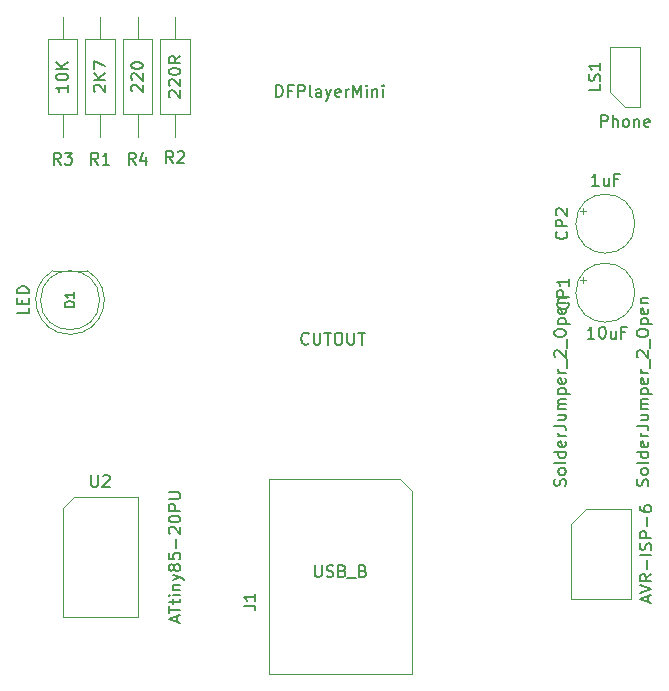
<source format=gbr>
G04 #@! TF.GenerationSoftware,KiCad,Pcbnew,5.1.6-c6e7f7d~86~ubuntu18.04.1*
G04 #@! TF.CreationDate,2020-06-12T21:41:03+02:00*
G04 #@! TF.ProjectId,printplaat,7072696e-7470-46c6-9161-742e6b696361,rev?*
G04 #@! TF.SameCoordinates,Original*
G04 #@! TF.FileFunction,Other,Fab,Top*
%FSLAX46Y46*%
G04 Gerber Fmt 4.6, Leading zero omitted, Abs format (unit mm)*
G04 Created by KiCad (PCBNEW 5.1.6-c6e7f7d~86~ubuntu18.04.1) date 2020-06-12 21:41:03*
%MOMM*%
%LPD*%
G01*
G04 APERTURE LIST*
%ADD10C,0.150000*%
%ADD11C,0.100000*%
%ADD12C,0.200000*%
G04 APERTURE END LIST*
D10*
X120531190Y-145772142D02*
X120483571Y-145819761D01*
X120340714Y-145867380D01*
X120245476Y-145867380D01*
X120102619Y-145819761D01*
X120007380Y-145724523D01*
X119959761Y-145629285D01*
X119912142Y-145438809D01*
X119912142Y-145295952D01*
X119959761Y-145105476D01*
X120007380Y-145010238D01*
X120102619Y-144915000D01*
X120245476Y-144867380D01*
X120340714Y-144867380D01*
X120483571Y-144915000D01*
X120531190Y-144962619D01*
X120959761Y-144867380D02*
X120959761Y-145676904D01*
X121007380Y-145772142D01*
X121055000Y-145819761D01*
X121150238Y-145867380D01*
X121340714Y-145867380D01*
X121435952Y-145819761D01*
X121483571Y-145772142D01*
X121531190Y-145676904D01*
X121531190Y-144867380D01*
X121864523Y-144867380D02*
X122435952Y-144867380D01*
X122150238Y-145867380D02*
X122150238Y-144867380D01*
X122959761Y-144867380D02*
X123150238Y-144867380D01*
X123245476Y-144915000D01*
X123340714Y-145010238D01*
X123388333Y-145200714D01*
X123388333Y-145534047D01*
X123340714Y-145724523D01*
X123245476Y-145819761D01*
X123150238Y-145867380D01*
X122959761Y-145867380D01*
X122864523Y-145819761D01*
X122769285Y-145724523D01*
X122721666Y-145534047D01*
X122721666Y-145200714D01*
X122769285Y-145010238D01*
X122864523Y-144915000D01*
X122959761Y-144867380D01*
X123816904Y-144867380D02*
X123816904Y-145676904D01*
X123864523Y-145772142D01*
X123912142Y-145819761D01*
X124007380Y-145867380D01*
X124197857Y-145867380D01*
X124293095Y-145819761D01*
X124340714Y-145772142D01*
X124388333Y-145676904D01*
X124388333Y-144867380D01*
X124721666Y-144867380D02*
X125293095Y-144867380D01*
X125007380Y-145867380D02*
X125007380Y-144867380D01*
D11*
X99695000Y-159750000D02*
X100695000Y-158750000D01*
X99695000Y-168910000D02*
X99695000Y-159750000D01*
X106045000Y-168910000D02*
X99695000Y-168910000D01*
X106045000Y-158750000D02*
X106045000Y-168910000D01*
X100695000Y-158750000D02*
X106045000Y-158750000D01*
X142748000Y-161036000D02*
X144018000Y-159766000D01*
X142748000Y-167386000D02*
X142748000Y-161036000D01*
X147828000Y-167386000D02*
X142748000Y-167386000D01*
X147828000Y-159766000D02*
X147828000Y-167386000D01*
X144018000Y-159766000D02*
X147828000Y-159766000D01*
X100945000Y-120040000D02*
X98445000Y-120040000D01*
X98445000Y-120040000D02*
X98445000Y-126340000D01*
X98445000Y-126340000D02*
X100945000Y-126340000D01*
X100945000Y-126340000D02*
X100945000Y-120040000D01*
X99695000Y-118110000D02*
X99695000Y-120040000D01*
X99695000Y-128270000D02*
X99695000Y-126340000D01*
X147320000Y-125730000D02*
X146050000Y-124460000D01*
X148590000Y-125730000D02*
X147320000Y-125730000D01*
X148590000Y-120650000D02*
X148590000Y-125730000D01*
X146050000Y-120650000D02*
X148590000Y-120650000D01*
X146050000Y-124460000D02*
X146050000Y-120650000D01*
X128260000Y-157260000D02*
X129260000Y-158260000D01*
X117160000Y-157260000D02*
X128260000Y-157260000D01*
X117160000Y-173760000D02*
X117160000Y-157260000D01*
X129260000Y-173760000D02*
X117160000Y-173760000D01*
X129260000Y-158260000D02*
X129260000Y-173760000D01*
X104120000Y-120040000D02*
X101620000Y-120040000D01*
X101620000Y-120040000D02*
X101620000Y-126340000D01*
X101620000Y-126340000D02*
X104120000Y-126340000D01*
X104120000Y-126340000D02*
X104120000Y-120040000D01*
X102870000Y-118110000D02*
X102870000Y-120040000D01*
X102870000Y-128270000D02*
X102870000Y-126340000D01*
X143765395Y-140140500D02*
X143765395Y-140640500D01*
X143515395Y-140390500D02*
X144015395Y-140390500D01*
X148149000Y-141478000D02*
G75*
G03*
X148149000Y-141478000I-2500000J0D01*
G01*
X109220000Y-118110000D02*
X109220000Y-120040000D01*
X109220000Y-128270000D02*
X109220000Y-126340000D01*
X107970000Y-120040000D02*
X107970000Y-126340000D01*
X110470000Y-120040000D02*
X107970000Y-120040000D01*
X110470000Y-126340000D02*
X110470000Y-120040000D01*
X107970000Y-126340000D02*
X110470000Y-126340000D01*
X143765395Y-134298500D02*
X143765395Y-134798500D01*
X143515395Y-134548500D02*
X144015395Y-134548500D01*
X148149000Y-135636000D02*
G75*
G03*
X148149000Y-135636000I-2500000J0D01*
G01*
X106045000Y-128270000D02*
X106045000Y-126340000D01*
X106045000Y-118110000D02*
X106045000Y-120040000D01*
X107295000Y-126340000D02*
X107295000Y-120040000D01*
X104795000Y-126340000D02*
X107295000Y-126340000D01*
X104795000Y-120040000D02*
X104795000Y-126340000D01*
X107295000Y-120040000D02*
X104795000Y-120040000D01*
X101799694Y-139613000D02*
X98860306Y-139613000D01*
X102830000Y-142113000D02*
G75*
G03*
X102830000Y-142113000I-2500000J0D01*
G01*
X98860334Y-139612984D02*
G75*
G03*
X101799694Y-139613000I1469666J-2500016D01*
G01*
D10*
X109386666Y-169353809D02*
X109386666Y-168877619D01*
X109672380Y-169449047D02*
X108672380Y-169115714D01*
X109672380Y-168782380D01*
X108672380Y-168591904D02*
X108672380Y-168020476D01*
X109672380Y-168306190D02*
X108672380Y-168306190D01*
X109005714Y-167830000D02*
X109005714Y-167449047D01*
X108672380Y-167687142D02*
X109529523Y-167687142D01*
X109624761Y-167639523D01*
X109672380Y-167544285D01*
X109672380Y-167449047D01*
X109672380Y-167115714D02*
X109005714Y-167115714D01*
X108672380Y-167115714D02*
X108720000Y-167163333D01*
X108767619Y-167115714D01*
X108720000Y-167068095D01*
X108672380Y-167115714D01*
X108767619Y-167115714D01*
X109005714Y-166639523D02*
X109672380Y-166639523D01*
X109100952Y-166639523D02*
X109053333Y-166591904D01*
X109005714Y-166496666D01*
X109005714Y-166353809D01*
X109053333Y-166258571D01*
X109148571Y-166210952D01*
X109672380Y-166210952D01*
X109005714Y-165830000D02*
X109672380Y-165591904D01*
X109005714Y-165353809D02*
X109672380Y-165591904D01*
X109910476Y-165687142D01*
X109958095Y-165734761D01*
X110005714Y-165830000D01*
X109100952Y-164830000D02*
X109053333Y-164925238D01*
X109005714Y-164972857D01*
X108910476Y-165020476D01*
X108862857Y-165020476D01*
X108767619Y-164972857D01*
X108720000Y-164925238D01*
X108672380Y-164830000D01*
X108672380Y-164639523D01*
X108720000Y-164544285D01*
X108767619Y-164496666D01*
X108862857Y-164449047D01*
X108910476Y-164449047D01*
X109005714Y-164496666D01*
X109053333Y-164544285D01*
X109100952Y-164639523D01*
X109100952Y-164830000D01*
X109148571Y-164925238D01*
X109196190Y-164972857D01*
X109291428Y-165020476D01*
X109481904Y-165020476D01*
X109577142Y-164972857D01*
X109624761Y-164925238D01*
X109672380Y-164830000D01*
X109672380Y-164639523D01*
X109624761Y-164544285D01*
X109577142Y-164496666D01*
X109481904Y-164449047D01*
X109291428Y-164449047D01*
X109196190Y-164496666D01*
X109148571Y-164544285D01*
X109100952Y-164639523D01*
X108672380Y-163544285D02*
X108672380Y-164020476D01*
X109148571Y-164068095D01*
X109100952Y-164020476D01*
X109053333Y-163925238D01*
X109053333Y-163687142D01*
X109100952Y-163591904D01*
X109148571Y-163544285D01*
X109243809Y-163496666D01*
X109481904Y-163496666D01*
X109577142Y-163544285D01*
X109624761Y-163591904D01*
X109672380Y-163687142D01*
X109672380Y-163925238D01*
X109624761Y-164020476D01*
X109577142Y-164068095D01*
X109291428Y-163068095D02*
X109291428Y-162306190D01*
X108767619Y-161877619D02*
X108720000Y-161830000D01*
X108672380Y-161734761D01*
X108672380Y-161496666D01*
X108720000Y-161401428D01*
X108767619Y-161353809D01*
X108862857Y-161306190D01*
X108958095Y-161306190D01*
X109100952Y-161353809D01*
X109672380Y-161925238D01*
X109672380Y-161306190D01*
X108672380Y-160687142D02*
X108672380Y-160591904D01*
X108720000Y-160496666D01*
X108767619Y-160449047D01*
X108862857Y-160401428D01*
X109053333Y-160353809D01*
X109291428Y-160353809D01*
X109481904Y-160401428D01*
X109577142Y-160449047D01*
X109624761Y-160496666D01*
X109672380Y-160591904D01*
X109672380Y-160687142D01*
X109624761Y-160782380D01*
X109577142Y-160830000D01*
X109481904Y-160877619D01*
X109291428Y-160925238D01*
X109053333Y-160925238D01*
X108862857Y-160877619D01*
X108767619Y-160830000D01*
X108720000Y-160782380D01*
X108672380Y-160687142D01*
X109672380Y-159925238D02*
X108672380Y-159925238D01*
X108672380Y-159544285D01*
X108720000Y-159449047D01*
X108767619Y-159401428D01*
X108862857Y-159353809D01*
X109005714Y-159353809D01*
X109100952Y-159401428D01*
X109148571Y-159449047D01*
X109196190Y-159544285D01*
X109196190Y-159925238D01*
X108672380Y-158925238D02*
X109481904Y-158925238D01*
X109577142Y-158877619D01*
X109624761Y-158830000D01*
X109672380Y-158734761D01*
X109672380Y-158544285D01*
X109624761Y-158449047D01*
X109577142Y-158401428D01*
X109481904Y-158353809D01*
X108672380Y-158353809D01*
X102108095Y-156932380D02*
X102108095Y-157741904D01*
X102155714Y-157837142D01*
X102203333Y-157884761D01*
X102298571Y-157932380D01*
X102489047Y-157932380D01*
X102584285Y-157884761D01*
X102631904Y-157837142D01*
X102679523Y-157741904D01*
X102679523Y-156932380D01*
X103108095Y-157027619D02*
X103155714Y-156980000D01*
X103250952Y-156932380D01*
X103489047Y-156932380D01*
X103584285Y-156980000D01*
X103631904Y-157027619D01*
X103679523Y-157122857D01*
X103679523Y-157218095D01*
X103631904Y-157360952D01*
X103060476Y-157932380D01*
X103679523Y-157932380D01*
X117777190Y-124912380D02*
X117777190Y-123912380D01*
X118015285Y-123912380D01*
X118158142Y-123960000D01*
X118253380Y-124055238D01*
X118301000Y-124150476D01*
X118348619Y-124340952D01*
X118348619Y-124483809D01*
X118301000Y-124674285D01*
X118253380Y-124769523D01*
X118158142Y-124864761D01*
X118015285Y-124912380D01*
X117777190Y-124912380D01*
X119110523Y-124388571D02*
X118777190Y-124388571D01*
X118777190Y-124912380D02*
X118777190Y-123912380D01*
X119253380Y-123912380D01*
X119634333Y-124912380D02*
X119634333Y-123912380D01*
X120015285Y-123912380D01*
X120110523Y-123960000D01*
X120158142Y-124007619D01*
X120205761Y-124102857D01*
X120205761Y-124245714D01*
X120158142Y-124340952D01*
X120110523Y-124388571D01*
X120015285Y-124436190D01*
X119634333Y-124436190D01*
X120777190Y-124912380D02*
X120681952Y-124864761D01*
X120634333Y-124769523D01*
X120634333Y-123912380D01*
X121586714Y-124912380D02*
X121586714Y-124388571D01*
X121539095Y-124293333D01*
X121443857Y-124245714D01*
X121253380Y-124245714D01*
X121158142Y-124293333D01*
X121586714Y-124864761D02*
X121491476Y-124912380D01*
X121253380Y-124912380D01*
X121158142Y-124864761D01*
X121110523Y-124769523D01*
X121110523Y-124674285D01*
X121158142Y-124579047D01*
X121253380Y-124531428D01*
X121491476Y-124531428D01*
X121586714Y-124483809D01*
X121967666Y-124245714D02*
X122205761Y-124912380D01*
X122443857Y-124245714D02*
X122205761Y-124912380D01*
X122110523Y-125150476D01*
X122062904Y-125198095D01*
X121967666Y-125245714D01*
X123205761Y-124864761D02*
X123110523Y-124912380D01*
X122920047Y-124912380D01*
X122824809Y-124864761D01*
X122777190Y-124769523D01*
X122777190Y-124388571D01*
X122824809Y-124293333D01*
X122920047Y-124245714D01*
X123110523Y-124245714D01*
X123205761Y-124293333D01*
X123253380Y-124388571D01*
X123253380Y-124483809D01*
X122777190Y-124579047D01*
X123681952Y-124912380D02*
X123681952Y-124245714D01*
X123681952Y-124436190D02*
X123729571Y-124340952D01*
X123777190Y-124293333D01*
X123872428Y-124245714D01*
X123967666Y-124245714D01*
X124301000Y-124912380D02*
X124301000Y-123912380D01*
X124634333Y-124626666D01*
X124967666Y-123912380D01*
X124967666Y-124912380D01*
X125443857Y-124912380D02*
X125443857Y-124245714D01*
X125443857Y-123912380D02*
X125396238Y-123960000D01*
X125443857Y-124007619D01*
X125491476Y-123960000D01*
X125443857Y-123912380D01*
X125443857Y-124007619D01*
X125920047Y-124245714D02*
X125920047Y-124912380D01*
X125920047Y-124340952D02*
X125967666Y-124293333D01*
X126062904Y-124245714D01*
X126205761Y-124245714D01*
X126301000Y-124293333D01*
X126348619Y-124388571D01*
X126348619Y-124912380D01*
X126824809Y-124912380D02*
X126824809Y-124245714D01*
X126824809Y-123912380D02*
X126777190Y-123960000D01*
X126824809Y-124007619D01*
X126872428Y-123960000D01*
X126824809Y-123912380D01*
X126824809Y-124007619D01*
X149264666Y-167671238D02*
X149264666Y-167195047D01*
X149550380Y-167766476D02*
X148550380Y-167433142D01*
X149550380Y-167099809D01*
X148550380Y-166909333D02*
X149550380Y-166576000D01*
X148550380Y-166242666D01*
X149550380Y-165337904D02*
X149074190Y-165671238D01*
X149550380Y-165909333D02*
X148550380Y-165909333D01*
X148550380Y-165528380D01*
X148598000Y-165433142D01*
X148645619Y-165385523D01*
X148740857Y-165337904D01*
X148883714Y-165337904D01*
X148978952Y-165385523D01*
X149026571Y-165433142D01*
X149074190Y-165528380D01*
X149074190Y-165909333D01*
X149169428Y-164909333D02*
X149169428Y-164147428D01*
X149550380Y-163671238D02*
X148550380Y-163671238D01*
X149502761Y-163242666D02*
X149550380Y-163099809D01*
X149550380Y-162861714D01*
X149502761Y-162766476D01*
X149455142Y-162718857D01*
X149359904Y-162671238D01*
X149264666Y-162671238D01*
X149169428Y-162718857D01*
X149121809Y-162766476D01*
X149074190Y-162861714D01*
X149026571Y-163052190D01*
X148978952Y-163147428D01*
X148931333Y-163195047D01*
X148836095Y-163242666D01*
X148740857Y-163242666D01*
X148645619Y-163195047D01*
X148598000Y-163147428D01*
X148550380Y-163052190D01*
X148550380Y-162814095D01*
X148598000Y-162671238D01*
X149550380Y-162242666D02*
X148550380Y-162242666D01*
X148550380Y-161861714D01*
X148598000Y-161766476D01*
X148645619Y-161718857D01*
X148740857Y-161671238D01*
X148883714Y-161671238D01*
X148978952Y-161718857D01*
X149026571Y-161766476D01*
X149074190Y-161861714D01*
X149074190Y-162242666D01*
X149169428Y-161242666D02*
X149169428Y-160480761D01*
X148550380Y-159576000D02*
X148550380Y-159766476D01*
X148598000Y-159861714D01*
X148645619Y-159909333D01*
X148788476Y-160004571D01*
X148978952Y-160052190D01*
X149359904Y-160052190D01*
X149455142Y-160004571D01*
X149502761Y-159956952D01*
X149550380Y-159861714D01*
X149550380Y-159671238D01*
X149502761Y-159576000D01*
X149455142Y-159528380D01*
X149359904Y-159480761D01*
X149121809Y-159480761D01*
X149026571Y-159528380D01*
X148978952Y-159576000D01*
X148931333Y-159671238D01*
X148931333Y-159861714D01*
X148978952Y-159956952D01*
X149026571Y-160004571D01*
X149121809Y-160052190D01*
X100147380Y-123880476D02*
X100147380Y-124451904D01*
X100147380Y-124166190D02*
X99147380Y-124166190D01*
X99290238Y-124261428D01*
X99385476Y-124356666D01*
X99433095Y-124451904D01*
X99147380Y-123261428D02*
X99147380Y-123166190D01*
X99195000Y-123070952D01*
X99242619Y-123023333D01*
X99337857Y-122975714D01*
X99528333Y-122928095D01*
X99766428Y-122928095D01*
X99956904Y-122975714D01*
X100052142Y-123023333D01*
X100099761Y-123070952D01*
X100147380Y-123166190D01*
X100147380Y-123261428D01*
X100099761Y-123356666D01*
X100052142Y-123404285D01*
X99956904Y-123451904D01*
X99766428Y-123499523D01*
X99528333Y-123499523D01*
X99337857Y-123451904D01*
X99242619Y-123404285D01*
X99195000Y-123356666D01*
X99147380Y-123261428D01*
X100147380Y-122499523D02*
X99147380Y-122499523D01*
X100147380Y-121928095D02*
X99575952Y-122356666D01*
X99147380Y-121928095D02*
X99718809Y-122499523D01*
X99528333Y-130627380D02*
X99195000Y-130151190D01*
X98956904Y-130627380D02*
X98956904Y-129627380D01*
X99337857Y-129627380D01*
X99433095Y-129675000D01*
X99480714Y-129722619D01*
X99528333Y-129817857D01*
X99528333Y-129960714D01*
X99480714Y-130055952D01*
X99433095Y-130103571D01*
X99337857Y-130151190D01*
X98956904Y-130151190D01*
X99861666Y-129627380D02*
X100480714Y-129627380D01*
X100147380Y-130008333D01*
X100290238Y-130008333D01*
X100385476Y-130055952D01*
X100433095Y-130103571D01*
X100480714Y-130198809D01*
X100480714Y-130436904D01*
X100433095Y-130532142D01*
X100385476Y-130579761D01*
X100290238Y-130627380D01*
X100004523Y-130627380D01*
X99909285Y-130579761D01*
X99861666Y-130532142D01*
X145272380Y-127452380D02*
X145272380Y-126452380D01*
X145653333Y-126452380D01*
X145748571Y-126500000D01*
X145796190Y-126547619D01*
X145843809Y-126642857D01*
X145843809Y-126785714D01*
X145796190Y-126880952D01*
X145748571Y-126928571D01*
X145653333Y-126976190D01*
X145272380Y-126976190D01*
X146272380Y-127452380D02*
X146272380Y-126452380D01*
X146700952Y-127452380D02*
X146700952Y-126928571D01*
X146653333Y-126833333D01*
X146558095Y-126785714D01*
X146415238Y-126785714D01*
X146320000Y-126833333D01*
X146272380Y-126880952D01*
X147320000Y-127452380D02*
X147224761Y-127404761D01*
X147177142Y-127357142D01*
X147129523Y-127261904D01*
X147129523Y-126976190D01*
X147177142Y-126880952D01*
X147224761Y-126833333D01*
X147320000Y-126785714D01*
X147462857Y-126785714D01*
X147558095Y-126833333D01*
X147605714Y-126880952D01*
X147653333Y-126976190D01*
X147653333Y-127261904D01*
X147605714Y-127357142D01*
X147558095Y-127404761D01*
X147462857Y-127452380D01*
X147320000Y-127452380D01*
X148081904Y-126785714D02*
X148081904Y-127452380D01*
X148081904Y-126880952D02*
X148129523Y-126833333D01*
X148224761Y-126785714D01*
X148367619Y-126785714D01*
X148462857Y-126833333D01*
X148510476Y-126928571D01*
X148510476Y-127452380D01*
X149367619Y-127404761D02*
X149272380Y-127452380D01*
X149081904Y-127452380D01*
X148986666Y-127404761D01*
X148939047Y-127309523D01*
X148939047Y-126928571D01*
X148986666Y-126833333D01*
X149081904Y-126785714D01*
X149272380Y-126785714D01*
X149367619Y-126833333D01*
X149415238Y-126928571D01*
X149415238Y-127023809D01*
X148939047Y-127119047D01*
X145232380Y-123832857D02*
X145232380Y-124309047D01*
X144232380Y-124309047D01*
X145184761Y-123547142D02*
X145232380Y-123404285D01*
X145232380Y-123166190D01*
X145184761Y-123070952D01*
X145137142Y-123023333D01*
X145041904Y-122975714D01*
X144946666Y-122975714D01*
X144851428Y-123023333D01*
X144803809Y-123070952D01*
X144756190Y-123166190D01*
X144708571Y-123356666D01*
X144660952Y-123451904D01*
X144613333Y-123499523D01*
X144518095Y-123547142D01*
X144422857Y-123547142D01*
X144327619Y-123499523D01*
X144280000Y-123451904D01*
X144232380Y-123356666D01*
X144232380Y-123118571D01*
X144280000Y-122975714D01*
X145232380Y-122023333D02*
X145232380Y-122594761D01*
X145232380Y-122309047D02*
X144232380Y-122309047D01*
X144375238Y-122404285D01*
X144470476Y-122499523D01*
X144518095Y-122594761D01*
X121047142Y-164552380D02*
X121047142Y-165361904D01*
X121094761Y-165457142D01*
X121142380Y-165504761D01*
X121237619Y-165552380D01*
X121428095Y-165552380D01*
X121523333Y-165504761D01*
X121570952Y-165457142D01*
X121618571Y-165361904D01*
X121618571Y-164552380D01*
X122047142Y-165504761D02*
X122190000Y-165552380D01*
X122428095Y-165552380D01*
X122523333Y-165504761D01*
X122570952Y-165457142D01*
X122618571Y-165361904D01*
X122618571Y-165266666D01*
X122570952Y-165171428D01*
X122523333Y-165123809D01*
X122428095Y-165076190D01*
X122237619Y-165028571D01*
X122142380Y-164980952D01*
X122094761Y-164933333D01*
X122047142Y-164838095D01*
X122047142Y-164742857D01*
X122094761Y-164647619D01*
X122142380Y-164600000D01*
X122237619Y-164552380D01*
X122475714Y-164552380D01*
X122618571Y-164600000D01*
X123380476Y-165028571D02*
X123523333Y-165076190D01*
X123570952Y-165123809D01*
X123618571Y-165219047D01*
X123618571Y-165361904D01*
X123570952Y-165457142D01*
X123523333Y-165504761D01*
X123428095Y-165552380D01*
X123047142Y-165552380D01*
X123047142Y-164552380D01*
X123380476Y-164552380D01*
X123475714Y-164600000D01*
X123523333Y-164647619D01*
X123570952Y-164742857D01*
X123570952Y-164838095D01*
X123523333Y-164933333D01*
X123475714Y-164980952D01*
X123380476Y-165028571D01*
X123047142Y-165028571D01*
X123809047Y-165647619D02*
X124570952Y-165647619D01*
X125142380Y-165028571D02*
X125285238Y-165076190D01*
X125332857Y-165123809D01*
X125380476Y-165219047D01*
X125380476Y-165361904D01*
X125332857Y-165457142D01*
X125285238Y-165504761D01*
X125190000Y-165552380D01*
X124809047Y-165552380D01*
X124809047Y-164552380D01*
X125142380Y-164552380D01*
X125237619Y-164600000D01*
X125285238Y-164647619D01*
X125332857Y-164742857D01*
X125332857Y-164838095D01*
X125285238Y-164933333D01*
X125237619Y-164980952D01*
X125142380Y-165028571D01*
X124809047Y-165028571D01*
X115022380Y-167973333D02*
X115736666Y-167973333D01*
X115879523Y-168020952D01*
X115974761Y-168116190D01*
X116022380Y-168259047D01*
X116022380Y-168354285D01*
X116022380Y-166973333D02*
X116022380Y-167544761D01*
X116022380Y-167259047D02*
X115022380Y-167259047D01*
X115165238Y-167354285D01*
X115260476Y-167449523D01*
X115308095Y-167544761D01*
X102417619Y-124451904D02*
X102370000Y-124404285D01*
X102322380Y-124309047D01*
X102322380Y-124070952D01*
X102370000Y-123975714D01*
X102417619Y-123928095D01*
X102512857Y-123880476D01*
X102608095Y-123880476D01*
X102750952Y-123928095D01*
X103322380Y-124499523D01*
X103322380Y-123880476D01*
X103322380Y-123451904D02*
X102322380Y-123451904D01*
X103322380Y-122880476D02*
X102750952Y-123309047D01*
X102322380Y-122880476D02*
X102893809Y-123451904D01*
X102322380Y-122547142D02*
X102322380Y-121880476D01*
X103322380Y-122309047D01*
X102703333Y-130627380D02*
X102370000Y-130151190D01*
X102131904Y-130627380D02*
X102131904Y-129627380D01*
X102512857Y-129627380D01*
X102608095Y-129675000D01*
X102655714Y-129722619D01*
X102703333Y-129817857D01*
X102703333Y-129960714D01*
X102655714Y-130055952D01*
X102608095Y-130103571D01*
X102512857Y-130151190D01*
X102131904Y-130151190D01*
X103655714Y-130627380D02*
X103084285Y-130627380D01*
X103370000Y-130627380D02*
X103370000Y-129627380D01*
X103274761Y-129770238D01*
X103179523Y-129865476D01*
X103084285Y-129913095D01*
X144724571Y-145359380D02*
X144153142Y-145359380D01*
X144438857Y-145359380D02*
X144438857Y-144359380D01*
X144343619Y-144502238D01*
X144248380Y-144597476D01*
X144153142Y-144645095D01*
X145343619Y-144359380D02*
X145438857Y-144359380D01*
X145534095Y-144407000D01*
X145581714Y-144454619D01*
X145629333Y-144549857D01*
X145676952Y-144740333D01*
X145676952Y-144978428D01*
X145629333Y-145168904D01*
X145581714Y-145264142D01*
X145534095Y-145311761D01*
X145438857Y-145359380D01*
X145343619Y-145359380D01*
X145248380Y-145311761D01*
X145200761Y-145264142D01*
X145153142Y-145168904D01*
X145105523Y-144978428D01*
X145105523Y-144740333D01*
X145153142Y-144549857D01*
X145200761Y-144454619D01*
X145248380Y-144407000D01*
X145343619Y-144359380D01*
X146534095Y-144692714D02*
X146534095Y-145359380D01*
X146105523Y-144692714D02*
X146105523Y-145216523D01*
X146153142Y-145311761D01*
X146248380Y-145359380D01*
X146391238Y-145359380D01*
X146486476Y-145311761D01*
X146534095Y-145264142D01*
X147343619Y-144835571D02*
X147010285Y-144835571D01*
X147010285Y-145359380D02*
X147010285Y-144359380D01*
X147486476Y-144359380D01*
X142470142Y-142271666D02*
X142517761Y-142319285D01*
X142565380Y-142462142D01*
X142565380Y-142557380D01*
X142517761Y-142700238D01*
X142422523Y-142795476D01*
X142327285Y-142843095D01*
X142136809Y-142890714D01*
X141993952Y-142890714D01*
X141803476Y-142843095D01*
X141708238Y-142795476D01*
X141613000Y-142700238D01*
X141565380Y-142557380D01*
X141565380Y-142462142D01*
X141613000Y-142319285D01*
X141660619Y-142271666D01*
X142565380Y-141843095D02*
X141565380Y-141843095D01*
X141565380Y-141462142D01*
X141613000Y-141366904D01*
X141660619Y-141319285D01*
X141755857Y-141271666D01*
X141898714Y-141271666D01*
X141993952Y-141319285D01*
X142041571Y-141366904D01*
X142089190Y-141462142D01*
X142089190Y-141843095D01*
X142565380Y-140319285D02*
X142565380Y-140890714D01*
X142565380Y-140605000D02*
X141565380Y-140605000D01*
X141708238Y-140700238D01*
X141803476Y-140795476D01*
X141851095Y-140890714D01*
X108767619Y-124928095D02*
X108720000Y-124880476D01*
X108672380Y-124785238D01*
X108672380Y-124547142D01*
X108720000Y-124451904D01*
X108767619Y-124404285D01*
X108862857Y-124356666D01*
X108958095Y-124356666D01*
X109100952Y-124404285D01*
X109672380Y-124975714D01*
X109672380Y-124356666D01*
X108767619Y-123975714D02*
X108720000Y-123928095D01*
X108672380Y-123832857D01*
X108672380Y-123594761D01*
X108720000Y-123499523D01*
X108767619Y-123451904D01*
X108862857Y-123404285D01*
X108958095Y-123404285D01*
X109100952Y-123451904D01*
X109672380Y-124023333D01*
X109672380Y-123404285D01*
X108672380Y-122785238D02*
X108672380Y-122690000D01*
X108720000Y-122594761D01*
X108767619Y-122547142D01*
X108862857Y-122499523D01*
X109053333Y-122451904D01*
X109291428Y-122451904D01*
X109481904Y-122499523D01*
X109577142Y-122547142D01*
X109624761Y-122594761D01*
X109672380Y-122690000D01*
X109672380Y-122785238D01*
X109624761Y-122880476D01*
X109577142Y-122928095D01*
X109481904Y-122975714D01*
X109291428Y-123023333D01*
X109053333Y-123023333D01*
X108862857Y-122975714D01*
X108767619Y-122928095D01*
X108720000Y-122880476D01*
X108672380Y-122785238D01*
X109672380Y-121451904D02*
X109196190Y-121785238D01*
X109672380Y-122023333D02*
X108672380Y-122023333D01*
X108672380Y-121642380D01*
X108720000Y-121547142D01*
X108767619Y-121499523D01*
X108862857Y-121451904D01*
X109005714Y-121451904D01*
X109100952Y-121499523D01*
X109148571Y-121547142D01*
X109196190Y-121642380D01*
X109196190Y-122023333D01*
X109053333Y-130500380D02*
X108720000Y-130024190D01*
X108481904Y-130500380D02*
X108481904Y-129500380D01*
X108862857Y-129500380D01*
X108958095Y-129548000D01*
X109005714Y-129595619D01*
X109053333Y-129690857D01*
X109053333Y-129833714D01*
X109005714Y-129928952D01*
X108958095Y-129976571D01*
X108862857Y-130024190D01*
X108481904Y-130024190D01*
X109434285Y-129595619D02*
X109481904Y-129548000D01*
X109577142Y-129500380D01*
X109815238Y-129500380D01*
X109910476Y-129548000D01*
X109958095Y-129595619D01*
X110005714Y-129690857D01*
X110005714Y-129786095D01*
X109958095Y-129928952D01*
X109386666Y-130500380D01*
X110005714Y-130500380D01*
X142263761Y-157836190D02*
X142311380Y-157693333D01*
X142311380Y-157455238D01*
X142263761Y-157360000D01*
X142216142Y-157312380D01*
X142120904Y-157264761D01*
X142025666Y-157264761D01*
X141930428Y-157312380D01*
X141882809Y-157360000D01*
X141835190Y-157455238D01*
X141787571Y-157645714D01*
X141739952Y-157740952D01*
X141692333Y-157788571D01*
X141597095Y-157836190D01*
X141501857Y-157836190D01*
X141406619Y-157788571D01*
X141359000Y-157740952D01*
X141311380Y-157645714D01*
X141311380Y-157407619D01*
X141359000Y-157264761D01*
X142311380Y-156693333D02*
X142263761Y-156788571D01*
X142216142Y-156836190D01*
X142120904Y-156883809D01*
X141835190Y-156883809D01*
X141739952Y-156836190D01*
X141692333Y-156788571D01*
X141644714Y-156693333D01*
X141644714Y-156550476D01*
X141692333Y-156455238D01*
X141739952Y-156407619D01*
X141835190Y-156360000D01*
X142120904Y-156360000D01*
X142216142Y-156407619D01*
X142263761Y-156455238D01*
X142311380Y-156550476D01*
X142311380Y-156693333D01*
X142311380Y-155788571D02*
X142263761Y-155883809D01*
X142168523Y-155931428D01*
X141311380Y-155931428D01*
X142311380Y-154979047D02*
X141311380Y-154979047D01*
X142263761Y-154979047D02*
X142311380Y-155074285D01*
X142311380Y-155264761D01*
X142263761Y-155360000D01*
X142216142Y-155407619D01*
X142120904Y-155455238D01*
X141835190Y-155455238D01*
X141739952Y-155407619D01*
X141692333Y-155360000D01*
X141644714Y-155264761D01*
X141644714Y-155074285D01*
X141692333Y-154979047D01*
X142263761Y-154121904D02*
X142311380Y-154217142D01*
X142311380Y-154407619D01*
X142263761Y-154502857D01*
X142168523Y-154550476D01*
X141787571Y-154550476D01*
X141692333Y-154502857D01*
X141644714Y-154407619D01*
X141644714Y-154217142D01*
X141692333Y-154121904D01*
X141787571Y-154074285D01*
X141882809Y-154074285D01*
X141978047Y-154550476D01*
X142311380Y-153645714D02*
X141644714Y-153645714D01*
X141835190Y-153645714D02*
X141739952Y-153598095D01*
X141692333Y-153550476D01*
X141644714Y-153455238D01*
X141644714Y-153360000D01*
X141311380Y-152740952D02*
X142025666Y-152740952D01*
X142168523Y-152788571D01*
X142263761Y-152883809D01*
X142311380Y-153026666D01*
X142311380Y-153121904D01*
X141644714Y-151836190D02*
X142311380Y-151836190D01*
X141644714Y-152264761D02*
X142168523Y-152264761D01*
X142263761Y-152217142D01*
X142311380Y-152121904D01*
X142311380Y-151979047D01*
X142263761Y-151883809D01*
X142216142Y-151836190D01*
X142311380Y-151360000D02*
X141644714Y-151360000D01*
X141739952Y-151360000D02*
X141692333Y-151312380D01*
X141644714Y-151217142D01*
X141644714Y-151074285D01*
X141692333Y-150979047D01*
X141787571Y-150931428D01*
X142311380Y-150931428D01*
X141787571Y-150931428D02*
X141692333Y-150883809D01*
X141644714Y-150788571D01*
X141644714Y-150645714D01*
X141692333Y-150550476D01*
X141787571Y-150502857D01*
X142311380Y-150502857D01*
X141644714Y-150026666D02*
X142644714Y-150026666D01*
X141692333Y-150026666D02*
X141644714Y-149931428D01*
X141644714Y-149740952D01*
X141692333Y-149645714D01*
X141739952Y-149598095D01*
X141835190Y-149550476D01*
X142120904Y-149550476D01*
X142216142Y-149598095D01*
X142263761Y-149645714D01*
X142311380Y-149740952D01*
X142311380Y-149931428D01*
X142263761Y-150026666D01*
X142263761Y-148740952D02*
X142311380Y-148836190D01*
X142311380Y-149026666D01*
X142263761Y-149121904D01*
X142168523Y-149169523D01*
X141787571Y-149169523D01*
X141692333Y-149121904D01*
X141644714Y-149026666D01*
X141644714Y-148836190D01*
X141692333Y-148740952D01*
X141787571Y-148693333D01*
X141882809Y-148693333D01*
X141978047Y-149169523D01*
X142311380Y-148264761D02*
X141644714Y-148264761D01*
X141835190Y-148264761D02*
X141739952Y-148217142D01*
X141692333Y-148169523D01*
X141644714Y-148074285D01*
X141644714Y-147979047D01*
X142406619Y-147883809D02*
X142406619Y-147121904D01*
X141406619Y-146931428D02*
X141359000Y-146883809D01*
X141311380Y-146788571D01*
X141311380Y-146550476D01*
X141359000Y-146455238D01*
X141406619Y-146407619D01*
X141501857Y-146360000D01*
X141597095Y-146360000D01*
X141739952Y-146407619D01*
X142311380Y-146979047D01*
X142311380Y-146360000D01*
X142406619Y-146169523D02*
X142406619Y-145407619D01*
X141311380Y-144979047D02*
X141311380Y-144788571D01*
X141359000Y-144693333D01*
X141454238Y-144598095D01*
X141644714Y-144550476D01*
X141978047Y-144550476D01*
X142168523Y-144598095D01*
X142263761Y-144693333D01*
X142311380Y-144788571D01*
X142311380Y-144979047D01*
X142263761Y-145074285D01*
X142168523Y-145169523D01*
X141978047Y-145217142D01*
X141644714Y-145217142D01*
X141454238Y-145169523D01*
X141359000Y-145074285D01*
X141311380Y-144979047D01*
X141644714Y-144121904D02*
X142644714Y-144121904D01*
X141692333Y-144121904D02*
X141644714Y-144026666D01*
X141644714Y-143836190D01*
X141692333Y-143740952D01*
X141739952Y-143693333D01*
X141835190Y-143645714D01*
X142120904Y-143645714D01*
X142216142Y-143693333D01*
X142263761Y-143740952D01*
X142311380Y-143836190D01*
X142311380Y-144026666D01*
X142263761Y-144121904D01*
X142263761Y-142836190D02*
X142311380Y-142931428D01*
X142311380Y-143121904D01*
X142263761Y-143217142D01*
X142168523Y-143264761D01*
X141787571Y-143264761D01*
X141692333Y-143217142D01*
X141644714Y-143121904D01*
X141644714Y-142931428D01*
X141692333Y-142836190D01*
X141787571Y-142788571D01*
X141882809Y-142788571D01*
X141978047Y-143264761D01*
X141644714Y-142360000D02*
X142311380Y-142360000D01*
X141739952Y-142360000D02*
X141692333Y-142312380D01*
X141644714Y-142217142D01*
X141644714Y-142074285D01*
X141692333Y-141979047D01*
X141787571Y-141931428D01*
X142311380Y-141931428D01*
X149248761Y-157836190D02*
X149296380Y-157693333D01*
X149296380Y-157455238D01*
X149248761Y-157360000D01*
X149201142Y-157312380D01*
X149105904Y-157264761D01*
X149010666Y-157264761D01*
X148915428Y-157312380D01*
X148867809Y-157360000D01*
X148820190Y-157455238D01*
X148772571Y-157645714D01*
X148724952Y-157740952D01*
X148677333Y-157788571D01*
X148582095Y-157836190D01*
X148486857Y-157836190D01*
X148391619Y-157788571D01*
X148344000Y-157740952D01*
X148296380Y-157645714D01*
X148296380Y-157407619D01*
X148344000Y-157264761D01*
X149296380Y-156693333D02*
X149248761Y-156788571D01*
X149201142Y-156836190D01*
X149105904Y-156883809D01*
X148820190Y-156883809D01*
X148724952Y-156836190D01*
X148677333Y-156788571D01*
X148629714Y-156693333D01*
X148629714Y-156550476D01*
X148677333Y-156455238D01*
X148724952Y-156407619D01*
X148820190Y-156360000D01*
X149105904Y-156360000D01*
X149201142Y-156407619D01*
X149248761Y-156455238D01*
X149296380Y-156550476D01*
X149296380Y-156693333D01*
X149296380Y-155788571D02*
X149248761Y-155883809D01*
X149153523Y-155931428D01*
X148296380Y-155931428D01*
X149296380Y-154979047D02*
X148296380Y-154979047D01*
X149248761Y-154979047D02*
X149296380Y-155074285D01*
X149296380Y-155264761D01*
X149248761Y-155360000D01*
X149201142Y-155407619D01*
X149105904Y-155455238D01*
X148820190Y-155455238D01*
X148724952Y-155407619D01*
X148677333Y-155360000D01*
X148629714Y-155264761D01*
X148629714Y-155074285D01*
X148677333Y-154979047D01*
X149248761Y-154121904D02*
X149296380Y-154217142D01*
X149296380Y-154407619D01*
X149248761Y-154502857D01*
X149153523Y-154550476D01*
X148772571Y-154550476D01*
X148677333Y-154502857D01*
X148629714Y-154407619D01*
X148629714Y-154217142D01*
X148677333Y-154121904D01*
X148772571Y-154074285D01*
X148867809Y-154074285D01*
X148963047Y-154550476D01*
X149296380Y-153645714D02*
X148629714Y-153645714D01*
X148820190Y-153645714D02*
X148724952Y-153598095D01*
X148677333Y-153550476D01*
X148629714Y-153455238D01*
X148629714Y-153360000D01*
X148296380Y-152740952D02*
X149010666Y-152740952D01*
X149153523Y-152788571D01*
X149248761Y-152883809D01*
X149296380Y-153026666D01*
X149296380Y-153121904D01*
X148629714Y-151836190D02*
X149296380Y-151836190D01*
X148629714Y-152264761D02*
X149153523Y-152264761D01*
X149248761Y-152217142D01*
X149296380Y-152121904D01*
X149296380Y-151979047D01*
X149248761Y-151883809D01*
X149201142Y-151836190D01*
X149296380Y-151360000D02*
X148629714Y-151360000D01*
X148724952Y-151360000D02*
X148677333Y-151312380D01*
X148629714Y-151217142D01*
X148629714Y-151074285D01*
X148677333Y-150979047D01*
X148772571Y-150931428D01*
X149296380Y-150931428D01*
X148772571Y-150931428D02*
X148677333Y-150883809D01*
X148629714Y-150788571D01*
X148629714Y-150645714D01*
X148677333Y-150550476D01*
X148772571Y-150502857D01*
X149296380Y-150502857D01*
X148629714Y-150026666D02*
X149629714Y-150026666D01*
X148677333Y-150026666D02*
X148629714Y-149931428D01*
X148629714Y-149740952D01*
X148677333Y-149645714D01*
X148724952Y-149598095D01*
X148820190Y-149550476D01*
X149105904Y-149550476D01*
X149201142Y-149598095D01*
X149248761Y-149645714D01*
X149296380Y-149740952D01*
X149296380Y-149931428D01*
X149248761Y-150026666D01*
X149248761Y-148740952D02*
X149296380Y-148836190D01*
X149296380Y-149026666D01*
X149248761Y-149121904D01*
X149153523Y-149169523D01*
X148772571Y-149169523D01*
X148677333Y-149121904D01*
X148629714Y-149026666D01*
X148629714Y-148836190D01*
X148677333Y-148740952D01*
X148772571Y-148693333D01*
X148867809Y-148693333D01*
X148963047Y-149169523D01*
X149296380Y-148264761D02*
X148629714Y-148264761D01*
X148820190Y-148264761D02*
X148724952Y-148217142D01*
X148677333Y-148169523D01*
X148629714Y-148074285D01*
X148629714Y-147979047D01*
X149391619Y-147883809D02*
X149391619Y-147121904D01*
X148391619Y-146931428D02*
X148344000Y-146883809D01*
X148296380Y-146788571D01*
X148296380Y-146550476D01*
X148344000Y-146455238D01*
X148391619Y-146407619D01*
X148486857Y-146360000D01*
X148582095Y-146360000D01*
X148724952Y-146407619D01*
X149296380Y-146979047D01*
X149296380Y-146360000D01*
X149391619Y-146169523D02*
X149391619Y-145407619D01*
X148296380Y-144979047D02*
X148296380Y-144788571D01*
X148344000Y-144693333D01*
X148439238Y-144598095D01*
X148629714Y-144550476D01*
X148963047Y-144550476D01*
X149153523Y-144598095D01*
X149248761Y-144693333D01*
X149296380Y-144788571D01*
X149296380Y-144979047D01*
X149248761Y-145074285D01*
X149153523Y-145169523D01*
X148963047Y-145217142D01*
X148629714Y-145217142D01*
X148439238Y-145169523D01*
X148344000Y-145074285D01*
X148296380Y-144979047D01*
X148629714Y-144121904D02*
X149629714Y-144121904D01*
X148677333Y-144121904D02*
X148629714Y-144026666D01*
X148629714Y-143836190D01*
X148677333Y-143740952D01*
X148724952Y-143693333D01*
X148820190Y-143645714D01*
X149105904Y-143645714D01*
X149201142Y-143693333D01*
X149248761Y-143740952D01*
X149296380Y-143836190D01*
X149296380Y-144026666D01*
X149248761Y-144121904D01*
X149248761Y-142836190D02*
X149296380Y-142931428D01*
X149296380Y-143121904D01*
X149248761Y-143217142D01*
X149153523Y-143264761D01*
X148772571Y-143264761D01*
X148677333Y-143217142D01*
X148629714Y-143121904D01*
X148629714Y-142931428D01*
X148677333Y-142836190D01*
X148772571Y-142788571D01*
X148867809Y-142788571D01*
X148963047Y-143264761D01*
X148629714Y-142360000D02*
X149296380Y-142360000D01*
X148724952Y-142360000D02*
X148677333Y-142312380D01*
X148629714Y-142217142D01*
X148629714Y-142074285D01*
X148677333Y-141979047D01*
X148772571Y-141931428D01*
X149296380Y-141931428D01*
X145073761Y-132405380D02*
X144502333Y-132405380D01*
X144788047Y-132405380D02*
X144788047Y-131405380D01*
X144692809Y-131548238D01*
X144597571Y-131643476D01*
X144502333Y-131691095D01*
X145930904Y-131738714D02*
X145930904Y-132405380D01*
X145502333Y-131738714D02*
X145502333Y-132262523D01*
X145549952Y-132357761D01*
X145645190Y-132405380D01*
X145788047Y-132405380D01*
X145883285Y-132357761D01*
X145930904Y-132310142D01*
X146740428Y-131881571D02*
X146407095Y-131881571D01*
X146407095Y-132405380D02*
X146407095Y-131405380D01*
X146883285Y-131405380D01*
X142343142Y-136302666D02*
X142390761Y-136350285D01*
X142438380Y-136493142D01*
X142438380Y-136588380D01*
X142390761Y-136731238D01*
X142295523Y-136826476D01*
X142200285Y-136874095D01*
X142009809Y-136921714D01*
X141866952Y-136921714D01*
X141676476Y-136874095D01*
X141581238Y-136826476D01*
X141486000Y-136731238D01*
X141438380Y-136588380D01*
X141438380Y-136493142D01*
X141486000Y-136350285D01*
X141533619Y-136302666D01*
X142438380Y-135874095D02*
X141438380Y-135874095D01*
X141438380Y-135493142D01*
X141486000Y-135397904D01*
X141533619Y-135350285D01*
X141628857Y-135302666D01*
X141771714Y-135302666D01*
X141866952Y-135350285D01*
X141914571Y-135397904D01*
X141962190Y-135493142D01*
X141962190Y-135874095D01*
X141533619Y-134921714D02*
X141486000Y-134874095D01*
X141438380Y-134778857D01*
X141438380Y-134540761D01*
X141486000Y-134445523D01*
X141533619Y-134397904D01*
X141628857Y-134350285D01*
X141724095Y-134350285D01*
X141866952Y-134397904D01*
X142438380Y-134969333D01*
X142438380Y-134350285D01*
X105592619Y-124428095D02*
X105545000Y-124380476D01*
X105497380Y-124285238D01*
X105497380Y-124047142D01*
X105545000Y-123951904D01*
X105592619Y-123904285D01*
X105687857Y-123856666D01*
X105783095Y-123856666D01*
X105925952Y-123904285D01*
X106497380Y-124475714D01*
X106497380Y-123856666D01*
X105592619Y-123475714D02*
X105545000Y-123428095D01*
X105497380Y-123332857D01*
X105497380Y-123094761D01*
X105545000Y-122999523D01*
X105592619Y-122951904D01*
X105687857Y-122904285D01*
X105783095Y-122904285D01*
X105925952Y-122951904D01*
X106497380Y-123523333D01*
X106497380Y-122904285D01*
X105497380Y-122285238D02*
X105497380Y-122190000D01*
X105545000Y-122094761D01*
X105592619Y-122047142D01*
X105687857Y-121999523D01*
X105878333Y-121951904D01*
X106116428Y-121951904D01*
X106306904Y-121999523D01*
X106402142Y-122047142D01*
X106449761Y-122094761D01*
X106497380Y-122190000D01*
X106497380Y-122285238D01*
X106449761Y-122380476D01*
X106402142Y-122428095D01*
X106306904Y-122475714D01*
X106116428Y-122523333D01*
X105878333Y-122523333D01*
X105687857Y-122475714D01*
X105592619Y-122428095D01*
X105545000Y-122380476D01*
X105497380Y-122285238D01*
X105878333Y-130627380D02*
X105545000Y-130151190D01*
X105306904Y-130627380D02*
X105306904Y-129627380D01*
X105687857Y-129627380D01*
X105783095Y-129675000D01*
X105830714Y-129722619D01*
X105878333Y-129817857D01*
X105878333Y-129960714D01*
X105830714Y-130055952D01*
X105783095Y-130103571D01*
X105687857Y-130151190D01*
X105306904Y-130151190D01*
X106735476Y-129960714D02*
X106735476Y-130627380D01*
X106497380Y-129579761D02*
X106259285Y-130294047D01*
X106878333Y-130294047D01*
X96822380Y-142755857D02*
X96822380Y-143232047D01*
X95822380Y-143232047D01*
X96298571Y-142422523D02*
X96298571Y-142089190D01*
X96822380Y-141946333D02*
X96822380Y-142422523D01*
X95822380Y-142422523D01*
X95822380Y-141946333D01*
X96822380Y-141517761D02*
X95822380Y-141517761D01*
X95822380Y-141279666D01*
X95870000Y-141136809D01*
X95965238Y-141041571D01*
X96060476Y-140993952D01*
X96250952Y-140946333D01*
X96393809Y-140946333D01*
X96584285Y-140993952D01*
X96679523Y-141041571D01*
X96774761Y-141136809D01*
X96822380Y-141279666D01*
X96822380Y-141517761D01*
D12*
X100691904Y-142683476D02*
X99891904Y-142683476D01*
X99891904Y-142493000D01*
X99930000Y-142378714D01*
X100006190Y-142302523D01*
X100082380Y-142264428D01*
X100234761Y-142226333D01*
X100349047Y-142226333D01*
X100501428Y-142264428D01*
X100577619Y-142302523D01*
X100653809Y-142378714D01*
X100691904Y-142493000D01*
X100691904Y-142683476D01*
X100691904Y-141464428D02*
X100691904Y-141921571D01*
X100691904Y-141693000D02*
X99891904Y-141693000D01*
X100006190Y-141769190D01*
X100082380Y-141845380D01*
X100120476Y-141921571D01*
M02*

</source>
